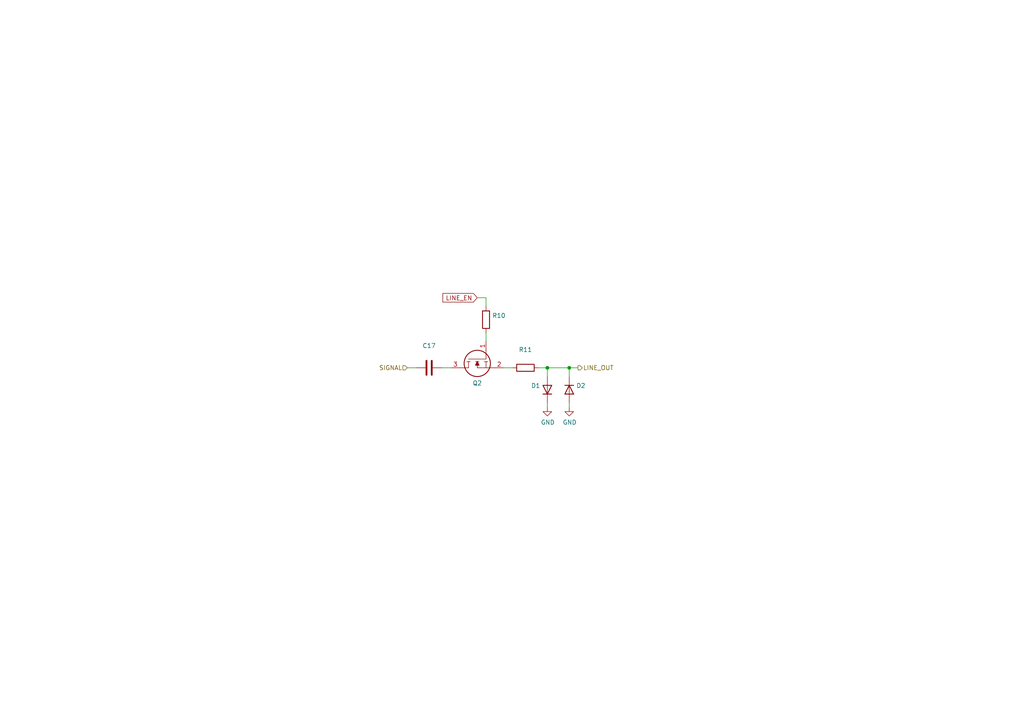
<source format=kicad_sch>
(kicad_sch (version 20211123) (generator eeschema)
  (paper "A4")
  (lib_symbols
    (symbol "Device:C" (pin_numbers hide) (pin_names (offset 0.254))
      (property "Reference" "C" (at 0.635 2.54 0))
      (property "Value" "C" (at 0.635 -2.54 0))
      (symbol "C_0_1"
        (polyline (pts (xy -2.032 -0.762) (xy 2.032 -0.762)) (stroke (width 0.508)))
        (polyline (pts (xy -2.032 0.762) (xy 2.032 0.762)) (stroke (width 0.508)))
      )
      (symbol "C_1_1"
        (pin passive line (at 0 3.81 270) (length 2.794) (name "~") (number "1"))
        (pin passive line (at 0 -3.81 90) (length 2.794) (name "~") (number "2"))
      )
    )
    (symbol "Device:R" (pin_numbers hide) (pin_names (offset 0))
      (property "Reference" "R" (at 2.032 0 90))
      (property "Value" "R" (at 0 0 90))
      (symbol "R_0_1"
        (rectangle (start -1.016 -2.54) (end 1.016 2.54) (stroke (width 0.254)))
      )
      (symbol "R_1_1"
        (pin passive line (at 0 3.81 270) (length 1.27) (name "~") (number "1"))
        (pin passive line (at 0 -3.81 90) (length 1.27) (name "~") (number "2"))
      )
    )
    (symbol "Diode:1N4148" (pin_numbers hide) (pin_names (offset 1.016) hide)
      (property "Reference" "D" (at 0 2.54 0))
      (property "Value" "1N4148" (at 0 -2.54 0))
      (symbol "1N4148_0_1"
        (polyline (pts (xy -1.27 1.27) (xy -1.27 -1.27)) (stroke (width 0.254)))
        (polyline (pts (xy 1.27 0) (xy -1.27 0)))
        (polyline (pts (xy 1.27 1.27) (xy 1.27 -1.27) (xy -1.27 0) (xy 1.27 1.27)) (stroke (width 0.254)))
      )
      (symbol "1N4148_1_1"
        (pin passive line (at -3.81 0 0) (length 2.54) (name "K") (number "1"))
        (pin passive line (at 3.81 0 180) (length 2.54) (name "A") (number "2"))
      )
    )
    (symbol "NX3008NBKW_115:NX3008NBKW,115" (pin_names (offset 0.762))
      (property "Reference" "Q" (at 11.43 3.81 0))
      (property "Value" "NX3008NBKW,115" (at 11.43 1.27 0))
      (symbol "NX3008NBKW,115_0_0"
        (pin passive line (at 0 0 0) (length 2.54) (name "~") (number "1"))
        (pin passive line (at 7.62 -5.08 90) (length 2.54) (name "~") (number "2"))
        (pin passive line (at 7.62 10.16 270) (length 2.54) (name "~") (number "3"))
      )
      (symbol "NX3008NBKW,115_0_1"
        (polyline (pts (xy 5.842 -0.508) (xy 5.842 0.508)) (stroke (width 0.1524)))
        (polyline (pts (xy 5.842 0) (xy 7.62 0)) (stroke (width 0.1524)))
        (polyline (pts (xy 5.842 2.032) (xy 5.842 3.048)) (stroke (width 0.1524)))
        (polyline (pts (xy 5.842 5.588) (xy 5.842 4.572)) (stroke (width 0.1524)))
        (polyline (pts (xy 7.62 2.54) (xy 5.842 2.54)) (stroke (width 0.1524)))
        (polyline (pts (xy 7.62 2.54) (xy 7.62 -2.54)) (stroke (width 0.1524)))
        (polyline (pts (xy 7.62 5.08) (xy 5.842 5.08)) (stroke (width 0.1524)))
        (polyline (pts (xy 7.62 5.08) (xy 7.62 7.62)) (stroke (width 0.1524)))
        (polyline (pts (xy 2.54 0) (xy 5.08 0) (xy 5.08 5.08)) (stroke (width 0.1524)))
        (polyline (pts (xy 5.842 2.54) (xy 6.858 3.048) (xy 6.858 2.032) (xy 5.842 2.54)) (stroke (width 0.254)) (fill (type outline)))
        (circle (center 6.35 2.54) (radius 3.81) (stroke (width 0.254)))
      )
    )
    (symbol "power:GND" (power) (pin_names (offset 0))
      (property "Value" "GND" (at 0 -3.81 0))
      (symbol "GND_0_1"
        (polyline (pts (xy 0 0) (xy 0 -1.27) (xy 1.27 -1.27) (xy 0 -2.54) (xy -1.27 -1.27) (xy 0 -1.27)))
      )
      (symbol "GND_1_1"
        (pin power_in line (at 0 0 270) (length 0) hide (name "GND") (number "1"))
      )
    )
  )
  (junction (at 165.1 106.68))
  (junction (at 158.75 106.68))
  (wire (pts (xy 128.27 106.68) (xy 130.81 106.68)))
  (wire (pts (xy 158.75 109.22) (xy 158.75 106.68)))
  (wire (pts (xy 146.05 106.68) (xy 148.59 106.68)))
  (wire (pts (xy 165.1 109.22) (xy 165.1 106.68)))
  (wire (pts (xy 165.1 106.68) (xy 167.64 106.68)))
  (wire (pts (xy 165.1 118.11) (xy 165.1 116.84)))
  (wire (pts (xy 140.97 86.36) (xy 140.97 88.9)))
  (wire (pts (xy 158.75 118.11) (xy 158.75 116.84)))
  (wire (pts (xy 118.11 106.68) (xy 120.65 106.68)))
  (wire (pts (xy 140.97 99.06) (xy 140.97 96.52)))
  (wire (pts (xy 158.75 106.68) (xy 165.1 106.68)))
  (wire (pts (xy 138.43 86.36) (xy 140.97 86.36)))
  (wire (pts (xy 156.21 106.68) (xy 158.75 106.68)))
  (global_label "LINE_EN" (shape input) (at 138.43 86.36 180) (property "Intersheet References" "${INTERSHEET_REFS}" (effects hide)))
  (hierarchical_label "SIGNAL" (shape input) (at 118.11 106.68 180))
  (hierarchical_label "LINE_OUT" (shape output) (at 167.64 106.68 0))
  (symbol (lib_id "Device:R") (at 152.4 106.68 270) (unit 1)
    (property "Reference" "R11" (at 152.4 101.4222 90))
  )
  (symbol (lib_id "NX3008NBKW_115:NX3008NBKW,115") (at 140.97 99.06 90) (mirror x) (unit 1)
    (property "Reference" "Q2" (at 138.43 111.125 90))
    (property "Datasheet" "https://assets.nexperia.com/documents/data-sheet/NX3008NBKW.pdf" (effects hide))
    (property "Description" "MOSFET 30V 350 MA N-CH TRENCH MOSFET" (effects hide))
    (property "Height" "1.1" (effects hide))
    (property "Manufacturer_Name" "Nexperia" (effects hide))
    (property "Manufacturer_Part_Number" "NX3008NBKW,115" (effects hide))
    (property "Mouser Part Number" "771-NX3008NBKW,115" (effects hide))
    (property "Mouser Price/Stock" "https://www.mouser.co.uk/ProductDetail/Nexperia/NX3008NBKW115/?qs=N31o%252Bt096gvrDRnWe4hlBA%3D%3D" (effects hide))
    (property "Arrow Part Number" "NX3008NBKW,115" (effects hide))
    (property "Arrow Price/Stock" "https://www.arrow.com/en/products/nx3008nbkw115/nexperia" (effects hide))
  )
  (symbol (lib_id "Device:R") (at 140.97 92.71 0) (unit 1)
    (property "Reference" "R10" (at 142.748 91.5416 0) (effects (justify left)))
  )
  (symbol (lib_id "Device:C") (at 124.46 106.68 270) (unit 1)
    (property "Reference" "C17" (at 124.46 100.2792 90))
  )
  (symbol (lib_id "Diode:1N4148") (at 158.75 113.03 270) (mirror x) (unit 1)
    (property "Reference" "D1" (at 156.718 111.8616 90) (effects (justify right)))
    (property "Datasheet" "https://assets.nexperia.com/documents/data-sheet/1N4148_1N4448.pdf" (effects hide))
  )
  (symbol (lib_id "power:GND") (at 158.75 118.11 0) (unit 1)
    (property "Reference" "#PWR012" (effects hide))
  )
  (symbol (lib_id "Diode:1N4148") (at 165.1 113.03 270) (unit 1)
    (property "Reference" "D2" (at 167.132 111.8616 90) (effects (justify left)))
    (property "Datasheet" "https://assets.nexperia.com/documents/data-sheet/1N4148_1N4448.pdf" (effects hide))
  )
  (symbol (lib_id "power:GND") (at 165.1 118.11 0) (unit 1)
    (property "Reference" "#PWR013" (effects hide))
  )
)
</source>
